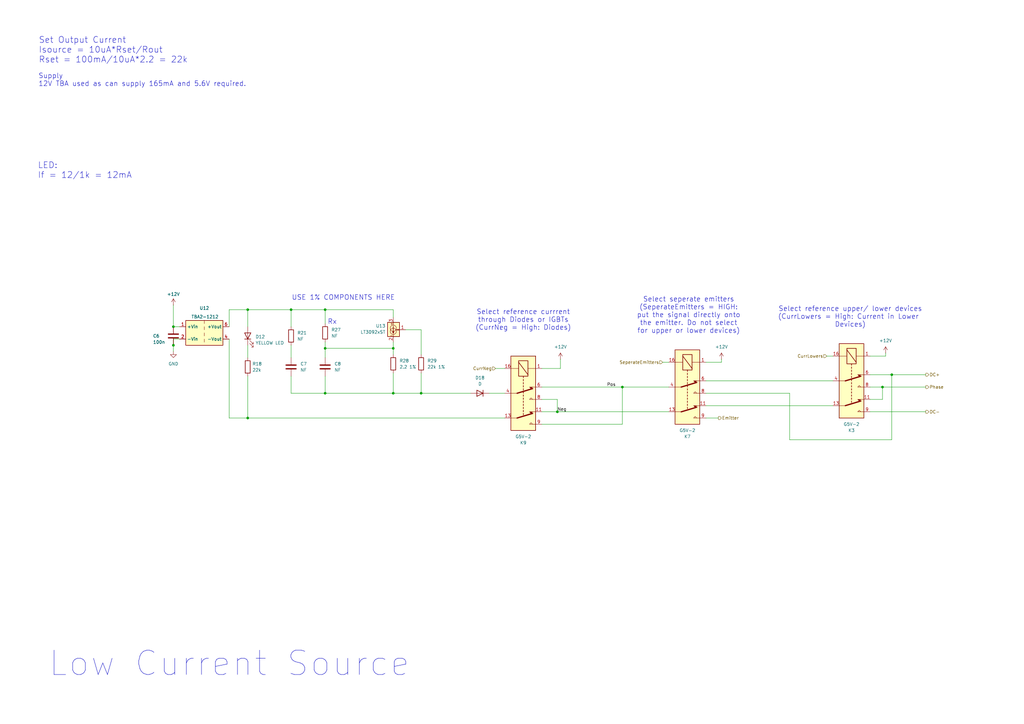
<source format=kicad_sch>
(kicad_sch (version 20231120) (generator "eeschema") (generator_version "8.0")
  (paper "A3")
  (title_block (title "GAVIM V4 TEST 137") (date "2024-06-25") (rev "04.02") (company "Nidec Drives"))
  (lib_symbols
    (symbol "Converter_DCDC:TBA2-1212"
      (property "Reference" "U" (at -6.35 6.35 0))
      (property "Value" "TBA2-1212" (at 2.54 6.35 0))
      (symbol "TBA2-1212_0_1"
        (rectangle (start -7.62 5.08) (end 7.62 -5.08) (stroke (width 0.254)) (fill (type background)))
        (polyline (pts (xy 0 -2.54) (xy 0 -3.81)))
        (polyline (pts (xy 0 0) (xy 0 -1.27)))
        (polyline (pts (xy 0 2.54) (xy 0 1.27)))
        (polyline (pts (xy 0 5.08) (xy 0 3.81)))
      )
      (symbol "TBA2-1212_1_1"
        (pin power_in line (at -10.16 2.54 0) (length 2.54) (name "+Vin") (number "1"))
        (pin power_in line (at -10.16 -2.54 0) (length 2.54) (name "-Vin") (number "2"))
        (pin power_out line (at 10.16 -2.54 180) (length 2.54) (name "-Vout") (number "4"))
        (pin power_out line (at 10.16 2.54 180) (length 2.54) (name "+Vout") (number "6"))
      )
    )
    (symbol "Device:C" (pin_numbers hide) (pin_names (offset 0.254))
      (property "Reference" "C" (at 0.635 2.54 0))
      (property "Value" "C" (at 0.635 -2.54 0))
      (symbol "C_0_1"
        (polyline (pts (xy -2.032 -0.762) (xy 2.032 -0.762)) (stroke (width 0.508)))
        (polyline (pts (xy -2.032 0.762) (xy 2.032 0.762)) (stroke (width 0.508)))
      )
      (symbol "C_1_1"
        (pin passive line (at 0 3.81 270) (length 2.794) (name "~") (number "1"))
        (pin passive line (at 0 -3.81 90) (length 2.794) (name "~") (number "2"))
      )
    )
    (symbol "Device:D" (pin_numbers hide) (pin_names (offset 1.016) hide)
      (property "Reference" "D" (at 0 2.54 0))
      (property "Value" "D" (at 0 -2.54 0))
      (symbol "D_0_1"
        (polyline (pts (xy -1.27 1.27) (xy -1.27 -1.27)) (stroke (width 0.254)))
        (polyline (pts (xy 1.27 0) (xy -1.27 0)))
        (polyline (pts (xy 1.27 1.27) (xy 1.27 -1.27) (xy -1.27 0) (xy 1.27 1.27)) (stroke (width 0.254)))
      )
      (symbol "D_1_1"
        (pin passive line (at -3.81 0 0) (length 2.54) (name "K") (number "1"))
        (pin passive line (at 3.81 0 180) (length 2.54) (name "A") (number "2"))
      )
    )
    (symbol "Device:LED" (pin_numbers hide) (pin_names (offset 1.016) hide)
      (property "Reference" "D" (at 0 2.54 0))
      (property "Value" "LED" (at 0 -2.54 0))
      (symbol "LED_0_1"
        (polyline (pts (xy -1.27 -1.27) (xy -1.27 1.27)) (stroke (width 0.254)))
        (polyline (pts (xy -1.27 0) (xy 1.27 0)))
        (polyline (pts (xy 1.27 -1.27) (xy 1.27 1.27) (xy -1.27 0) (xy 1.27 -1.27)) (stroke (width 0.254)))
        (polyline (pts (xy -3.048 -0.762) (xy -4.572 -2.286) (xy -3.81 -2.286) (xy -4.572 -2.286) (xy -4.572 -1.524)))
        (polyline (pts (xy -1.778 -0.762) (xy -3.302 -2.286) (xy -2.54 -2.286) (xy -3.302 -2.286) (xy -3.302 -1.524)))
      )
      (symbol "LED_1_1"
        (pin passive line (at -3.81 0 0) (length 2.54) (name "K") (number "1"))
        (pin passive line (at 3.81 0 180) (length 2.54) (name "A") (number "2"))
      )
    )
    (symbol "Device:R" (pin_numbers hide) (pin_names (offset 0))
      (property "Reference" "R" (at 2.032 0 90))
      (property "Value" "R" (at 0 0 90))
      (symbol "R_0_1"
        (rectangle (start -1.016 -2.54) (end 1.016 2.54) (stroke (width 0.254)))
      )
      (symbol "R_1_1"
        (pin passive line (at 0 3.81 270) (length 1.27) (name "~") (number "1"))
        (pin passive line (at 0 -3.81 90) (length 1.27) (name "~") (number "2"))
      )
    )
    (symbol "Reference_Current:LT3092xST"
      (property "Reference" "U" (at 0.635 6.35 0))
      (property "Value" "LT3092xST" (at 0.635 4.445 0))
      (symbol "LT3092xST_0_1"
        (rectangle (start -2.286 3.048) (end 2.54 -2.794) (stroke (width 0.254)) (fill (type background)))
        (circle (center 0 -0.635) (radius 1.27))
        (polyline (pts (xy -1.143 -2.413) (xy -0.381 -2.413)))
        (polyline (pts (xy -1.016 2.413) (xy -0.254 2.413)))
        (polyline (pts (xy -0.635 2.794) (xy -0.635 2.032)))
        (polyline (pts (xy 0 -1.905) (xy 0 -3.175)))
        (polyline (pts (xy 0 1.397) (xy 0 -1.397)) (stroke (width 0.254)))
        (polyline (pts (xy 0 3.81) (xy 0 1.905)))
        (polyline (pts (xy 5.08 0) (xy 1.27 0)))
        (polyline (pts (xy 0 -1.397) (xy -0.254 -0.889) (xy 0.254 -0.889) (xy 0 -1.397)) (stroke (width 0.254)))
        (polyline (pts (xy 1.27 0) (xy 2.159 0.254) (xy 2.159 -0.254) (xy 1.27 0)))
        (circle (center 0 0.635) (radius 1.27))
      )
      (symbol "LT3092xST_1_1"
        (pin passive line (at 5.08 0 180) (length 2.54) (name "~") (number "1"))
        (pin passive line (at 0 -5.08 90) (length 2.54) (name "~") (number "2"))
        (pin passive line (at 0 5.08 270) (length 2.54) (name "~") (number "3"))
      )
    )
    (symbol "Relay:G5V-2"
      (property "Reference" "K" (at 16.51 3.81 0))
      (property "Value" "G5V-2" (at 16.51 1.27 0))
      (symbol "G5V-2_0_1"
        (rectangle (start -15.24 5.08) (end 15.24 -5.08) (stroke (width 0.254)) (fill (type background)))
        (rectangle (start -13.335 1.905) (end -6.985 -1.905) (stroke (width 0.254)))
        (polyline (pts (xy -12.7 -1.905) (xy -7.62 1.905)) (stroke (width 0.254)))
        (polyline (pts (xy -10.16 -5.08) (xy -10.16 -1.905)))
        (polyline (pts (xy -10.16 5.08) (xy -10.16 1.905)))
        (polyline (pts (xy -6.985 0) (xy -6.35 0)) (stroke (width 0.254)))
        (polyline (pts (xy -5.715 0) (xy -5.08 0)) (stroke (width 0.254)))
        (polyline (pts (xy -4.445 0) (xy -3.81 0)) (stroke (width 0.254)))
        (polyline (pts (xy -3.175 0) (xy -2.54 0)) (stroke (width 0.254)))
        (polyline (pts (xy -1.905 0) (xy -1.27 0)) (stroke (width 0.254)))
        (polyline (pts (xy -0.635 0) (xy 0 0)) (stroke (width 0.254)))
        (polyline (pts (xy 0 -2.54) (xy -1.905 3.81)) (stroke (width 0.508)))
        (polyline (pts (xy 0 -2.54) (xy 0 -5.08)))
        (polyline (pts (xy 0.635 0) (xy 1.27 0)) (stroke (width 0.254)))
        (polyline (pts (xy 1.905 0) (xy 2.54 0)) (stroke (width 0.254)))
        (polyline (pts (xy 3.175 0) (xy 3.81 0)) (stroke (width 0.254)))
        (polyline (pts (xy 4.445 0) (xy 5.08 0)) (stroke (width 0.254)))
        (polyline (pts (xy 5.715 0) (xy 6.35 0)) (stroke (width 0.254)))
        (polyline (pts (xy 6.985 0) (xy 7.62 0)) (stroke (width 0.254)))
        (polyline (pts (xy 8.255 0) (xy 8.89 0)) (stroke (width 0.254)))
        (polyline (pts (xy 10.16 -2.54) (xy 8.255 3.81)) (stroke (width 0.508)))
        (polyline (pts (xy 10.16 -2.54) (xy 10.16 -5.08)))
        (polyline (pts (xy -2.54 5.08) (xy -2.54 2.54) (xy -1.905 3.175) (xy -2.54 3.81)) (fill (type outline)))
        (polyline (pts (xy 2.54 5.08) (xy 2.54 2.54) (xy 1.905 3.175) (xy 2.54 3.81)))
        (polyline (pts (xy 7.62 5.08) (xy 7.62 2.54) (xy 8.255 3.175) (xy 7.62 3.81)) (fill (type outline)))
        (polyline (pts (xy 12.7 5.08) (xy 12.7 2.54) (xy 12.065 3.175) (xy 12.7 3.81)))
      )
      (symbol "G5V-2_1_1"
        (pin passive line (at -10.16 7.62 270) (length 2.54) (name "~") (number "1"))
        (pin passive line (at 7.62 7.62 270) (length 2.54) (name "~") (number "11"))
        (pin passive line (at 10.16 -7.62 90) (length 2.54) (name "~") (number "13"))
        (pin passive line (at -10.16 -7.62 90) (length 2.54) (name "~") (number "16"))
        (pin passive line (at 0 -7.62 90) (length 2.54) (name "~") (number "4"))
        (pin passive line (at -2.54 7.62 270) (length 2.54) (name "~") (number "6"))
        (pin passive line (at 2.54 7.62 270) (length 2.54) (name "~") (number "8"))
        (pin passive line (at 12.7 7.62 270) (length 2.54) (name "~") (number "9"))
      )
    )
    (symbol "power:+12V" (power) (pin_numbers hide) (pin_names (offset 0) hide)
      (property "Value" "+12V" (at 0 3.556 0))
      (symbol "+12V_0_1"
        (polyline (pts (xy -0.762 1.27) (xy 0 2.54)))
        (polyline (pts (xy 0 0) (xy 0 2.54)))
        (polyline (pts (xy 0 2.54) (xy 0.762 1.27)))
      )
      (symbol "+12V_1_1"
        (pin power_in line (at 0 0 90) (length 0) (name "~") (number "1"))
      )
    )
    (symbol "power:GND" (power) (pin_names (offset 0))
      (property "Value" "GND" (at 0 -3.81 0))
      (symbol "GND_0_1"
        (polyline (pts (xy 0 0) (xy 0 -1.27) (xy 1.27 -1.27) (xy 0 -2.54) (xy -1.27 -1.27) (xy 0 -1.27)))
      )
      (symbol "GND_1_1"
        (pin power_in line (at 0 0 270) (length 0) hide (name "GND") (number "1"))
      )
    )
  )
  (junction (at 361.95 158.75))
  (junction (at 172.72 161.29))
  (junction (at 133.35 161.29))
  (junction (at 119.38 127))
  (junction (at 71.12 133.985))
  (junction (at 365.76 153.67))
  (junction (at 161.29 161.29))
  (junction (at 228.6 168.91))
  (junction (at 133.35 127))
  (junction (at 161.29 142.875))
  (junction (at 255.27 158.75))
  (junction (at 71.12 141.605))
  (junction (at 101.6 127))
  (junction (at 133.35 142.875))
  (junction (at 101.6 171.45))
  (wire (pts (xy 222.25 168.91) (xy 228.6 168.91)))
  (wire (pts (xy 289.56 161.29) (xy 323.85 161.29)))
  (wire (pts (xy 289.56 166.37) (xy 341.63 166.37)))
  (wire (pts (xy 356.87 168.91) (xy 379.73 168.91)))
  (wire (pts (xy 101.6 127) (xy 119.38 127)))
  (wire (pts (xy 161.29 127) (xy 161.29 130.175)))
  (wire (pts (xy 365.76 153.67) (xy 379.73 153.67)))
  (wire (pts (xy 71.12 144.145) (xy 71.12 141.605)))
  (wire (pts (xy 172.72 145.415) (xy 172.72 135.255)))
  (wire (pts (xy 361.95 163.83) (xy 361.95 158.75)))
  (wire (pts (xy 356.87 153.67) (xy 365.76 153.67)))
  (wire (pts (xy 203.2 151.13) (xy 207.01 151.13)))
  (wire (pts (xy 289.56 148.59) (xy 295.91 148.59)))
  (wire (pts (xy 222.25 163.83) (xy 228.6 163.83)))
  (wire (pts (xy 119.38 127) (xy 133.35 127)))
  (wire (pts (xy 228.6 168.91) (xy 274.32 168.91)))
  (wire (pts (xy 93.98 127) (xy 93.98 133.985)))
  (wire (pts (xy 222.25 173.99) (xy 255.27 173.99)))
  (wire (pts (xy 289.56 156.21) (xy 341.63 156.21)))
  (wire (pts (xy 71.12 141.605) (xy 71.12 139.065)))
  (wire (pts (xy 133.35 140.335) (xy 133.35 142.875)))
  (wire (pts (xy 161.29 161.29) (xy 172.72 161.29)))
  (wire (pts (xy 161.29 142.875) (xy 161.29 145.415)))
  (wire (pts (xy 93.98 139.065) (xy 93.98 171.45)))
  (wire (pts (xy 119.38 154.305) (xy 119.38 161.29)))
  (wire (pts (xy 363.22 144.78) (xy 363.22 146.05)))
  (wire (pts (xy 339.09 146.05) (xy 341.63 146.05)))
  (wire (pts (xy 356.87 158.75) (xy 361.95 158.75)))
  (wire (pts (xy 161.29 140.335) (xy 161.29 142.875)))
  (wire (pts (xy 172.72 161.29) (xy 193.04 161.29)))
  (wire (pts (xy 222.25 151.13) (xy 229.87 151.13)))
  (wire (pts (xy 361.95 158.75) (xy 379.73 158.75)))
  (wire (pts (xy 289.56 171.45) (xy 294.64 171.45)))
  (wire (pts (xy 222.25 158.75) (xy 255.27 158.75)))
  (wire (pts (xy 101.6 154.305) (xy 101.6 171.45)))
  (wire (pts (xy 172.72 135.255) (xy 166.37 135.255)))
  (wire (pts (xy 101.6 141.605) (xy 101.6 146.685)))
  (wire (pts (xy 119.38 141.605) (xy 119.38 146.685)))
  (wire (pts (xy 356.87 163.83) (xy 361.95 163.83)))
  (wire (pts (xy 133.35 161.29) (xy 161.29 161.29)))
  (wire (pts (xy 133.35 127) (xy 161.29 127)))
  (wire (pts (xy 101.6 127) (xy 101.6 133.985)))
  (wire (pts (xy 101.6 171.45) (xy 207.01 171.45)))
  (wire (pts (xy 93.98 171.45) (xy 101.6 171.45)))
  (wire (pts (xy 271.78 148.59) (xy 274.32 148.59)))
  (wire (pts (xy 229.87 147.32) (xy 229.87 151.13)))
  (wire (pts (xy 133.35 142.875) (xy 161.29 142.875)))
  (wire (pts (xy 255.27 158.75) (xy 274.32 158.75)))
  (wire (pts (xy 323.85 161.29) (xy 323.85 180.34)))
  (wire (pts (xy 133.35 127) (xy 133.35 132.715)))
  (wire (pts (xy 93.98 127) (xy 101.6 127)))
  (wire (pts (xy 228.6 163.83) (xy 228.6 168.91)))
  (wire (pts (xy 200.66 161.29) (xy 207.01 161.29)))
  (wire (pts (xy 133.35 142.875) (xy 133.35 146.685)))
  (wire (pts (xy 71.12 139.065) (xy 73.66 139.065)))
  (wire (pts (xy 71.12 133.985) (xy 73.66 133.985)))
  (wire (pts (xy 133.35 154.305) (xy 133.35 161.29)))
  (wire (pts (xy 323.85 180.34) (xy 365.76 180.34)))
  (wire (pts (xy 365.76 180.34) (xy 365.76 153.67)))
  (wire (pts (xy 295.91 147.32) (xy 295.91 148.59)))
  (wire (pts (xy 255.27 173.99) (xy 255.27 158.75)))
  (wire (pts (xy 356.87 146.05) (xy 363.22 146.05)))
  (wire (pts (xy 119.38 161.29) (xy 133.35 161.29)))
  (wire (pts (xy 161.29 153.035) (xy 161.29 161.29)))
  (wire (pts (xy 119.38 127) (xy 119.38 133.985)))
  (wire (pts (xy 172.72 153.035) (xy 172.72 161.29)))
  (wire (pts (xy 71.12 125.095) (xy 71.12 133.985)))
  (text "Supply\n12V TBA used as can supply 165mA and 5.6V required.\n\n" (at 15.748 38.862 0) (effects (font (size 2 2)) (justify left bottom)))
  (text "LED:\nIf = 12/1k = 12mA" (at 15.494 73.406 0) (effects (font (size 2.5 2.5)) (justify left bottom)))
  (text "Rx" (at 134.366 133.223 0) (effects (font (size 2 2)) (justify left bottom)))
  (text "Select reference currrent\nthrough Diodes or IGBTs\n(CurrNeg = High: Diodes)" (at 214.63 135.636 0) (effects (font (size 2 2)) (justify bottom)))
  (text "Select seperate emitters\n(SeperateEmitters = HIGH:\nput the signal directly onto\nthe emitter. Do not select\nfor upper or lower devices)" (at 282.448 136.906 0) (effects (font (size 2 2)) (justify bottom)))
  (text "Select reference upper/ lower devices\n(CurrLowers = High: Current in Lower \nDevices)" (at 348.742 134.366 0) (effects (font (size 2 2)) (justify bottom)))
  (text "Set Output Current\nIsource = 10uA*Rset/Rout\nRset = 100mA/10uA*2.2 = 22k" (at 15.875 26.035 0) (effects (font (size 2.5 2.5)) (justify left bottom)))
  (text "USE 1% COMPONENTS HERE" (at 119.634 123.317 0) (effects (font (size 2 2)) (justify left bottom)))
  (text "Low Current Source" (at 19.685 278.13 0) (effects (font (size 10 10)) (justify left bottom)))
  (label "Pos" (at 248.92 158.75 0))
  (label "Neg" (at 228.6 168.91 0))
  (hierarchical_label "SeperateEmitters" (shape input) (at 271.78 148.59 180))
  (hierarchical_label "DC+" (shape output) (at 379.73 153.67 0))
  (hierarchical_label "Phase" (shape output) (at 379.73 158.75 0))
  (hierarchical_label "CurrLowers" (shape input) (at 339.09 146.05 180))
  (hierarchical_label "DC-" (shape output) (at 379.73 168.91 0))
  (hierarchical_label "CurrNeg" (shape input) (at 203.2 151.13 180))
  (hierarchical_label "Emitter" (shape output) (at 294.64 171.45 0))
  (symbol (lib_id "Device:C") (at 133.35 150.495 0) (unit 1)
    (property "Reference" "C8" (at 137.16 149.225 0) (effects (justify left)))
    (property "Value" "NF" (at 137.16 151.765 0) (effects (justify left)))
    (property "Footprint" "Capacitor_SMD:C_0603_1608Metric_Pad1.08x0.95mm_HandSolder" (effects (hide yes)))
    (property "CT Part Number" "N/A" (effects (hide yes)))
    (instances (project "TEST137" (path "" (reference "C8") (unit 1)) (path "" (reference "C4") (unit 1)) (path "" (reference "C3") (unit 1))))
  )
  (symbol (lib_id "Device:R") (at 133.35 136.525 0) (unit 1)
    (property "Reference" "R27" (at 135.89 135.255 0) (effects (justify left)))
    (property "Value" "NF" (at 135.89 137.795 0) (effects (justify left)))
    (property "Footprint" "Resistor_SMD:R_0603_1608Metric_Pad0.98x0.95mm_HandSolder" (effects (hide yes)))
    (property "CT Part Number" "N/A" (effects (hide yes)))
    (instances (project "TEST137" (path "" (reference "R27") (unit 1)) (path "" (reference "R53") (unit 1)) (path "" (reference "R15") (unit 1))))
  )
  (symbol (lib_id "Relay:G5V-2") (at 281.94 158.75 270) (unit 1)
    (property "Reference" "K7" (at 281.94 179.07 90))
    (property "Value" "G5V-2" (at 281.94 176.53 90))
    (property "Footprint" "Relay_THT:Relay_DPDT_Omron_G5V-2" (effects (hide yes)))
    (property "Datasheet" "http://omronfs.omron.com/en_US/ecb/products/pdf/en-g5v_2.pdf" (effects (hide yes)))
    (property "Description" "Relay Miniature Omron DPDT" (effects (hide yes)))
    (property "CT Part Number" "N/A" (effects (hide yes)))
    (property "Link (Ext)" "https://www.mouser.co.uk/ProductDetail/Omron-Electronics/G5V-2-DC12?qs=lK7M36XCk6JxdWY%2FV6sVqw%3D%3D" (effects (hide yes)))
    (instances (project "TEST137" (path "" (reference "K7") (unit 1)) (path "" (reference "K12") (unit 1)) (path "" (reference "K6") (unit 1))))
  )
  (symbol (lib_id "Device:R") (at 172.72 149.225 0) (unit 1)
    (property "Reference" "R29" (at 175.26 147.955 0) (effects (justify left)))
    (property "Value" "22k 1%" (at 175.26 150.495 0) (effects (justify left)))
    (property "Footprint" "Resistor_SMD:R_0603_1608Metric_Pad0.98x0.95mm_HandSolder" (effects (hide yes)))
    (property "CT Part Number" "1127-5221" (effects (hide yes)))
    (instances (project "TEST137" (path "" (reference "R29") (unit 1)) (path "" (reference "R55") (unit 1)) (path "" (reference "R17") (unit 1))))
  )
  (symbol (lib_id "Reference_Current:LT3092xST") (at 161.29 135.255 0) (unit 1)
    (property "Reference" "U13" (at 158.115 133.6675 0) (effects (justify right)))
    (property "Value" "LT3092xST" (at 158.115 136.2075 0) (effects (justify right)))
    (property "Footprint" "Package_TO_SOT_SMD:SOT-223-3_TabPin2" (effects (hide yes)))
    (property "Datasheet" "https://www.analog.com/media/en/technical-documentation/data-sheets/3092fc.pdf" (effects (hide yes)))
    (property "CT Part Number" "N/A" (effects (hide yes)))
    (property "Link (Ext)" "https://www.mouser.co.uk/ProductDetail/Analog-Devices/LT3092MPSTPBF?qs=hVkxg5c3xu8pZhW%2F4dcGqw%3D%3D" (effects (hide yes)))
    (instances (project "TEST137" (path "" (reference "U13") (unit 1)) (path "" (reference "U22") (unit 1)) (path "" (reference "U11") (unit 1))))
  )
  (symbol (lib_id "power:+12V") (at 295.91 147.32 0) (unit 1)
    (property "Reference" "#PWR033" (effects (hide yes)))
    (property "Value" "+12V" (at 295.91 142.24 0))
    (property "Description" "Power symbol creates a global label with name \"+12V\"" (effects (hide yes)))
    (instances (project "TEST137" (path "" (reference "#PWR033") (unit 1)) (path "" (reference "#PWR036") (unit 1)) (path "" (reference "#PWR032") (unit 1))))
  )
  (symbol (lib_id "power:+12V") (at 363.22 144.78 0) (unit 1)
    (property "Reference" "#PWR020" (effects (hide yes)))
    (property "Value" "+12V" (at 363.22 139.7 0))
    (property "Description" "Power symbol creates a global label with name \"+12V\"" (effects (hide yes)))
    (instances (project "TEST137" (path "" (reference "#PWR020") (unit 1)) (path "" (reference "#PWR030") (unit 1)) (path "" (reference "#PWR06") (unit 1))))
  )
  (symbol (lib_id "Device:R") (at 119.38 137.795 0) (unit 1)
    (property "Reference" "R21" (at 121.92 136.525 0) (effects (justify left)))
    (property "Value" "NF" (at 121.92 139.065 0) (effects (justify left)))
    (property "Footprint" "Resistor_SMD:R_0603_1608Metric_Pad0.98x0.95mm_HandSolder" (effects (hide yes)))
    (property "CT Part Number" "N/A" (effects (hide yes)))
    (instances (project "TEST137" (path "" (reference "R21") (unit 1)) (path "" (reference "R52") (unit 1)) (path "" (reference "R12") (unit 1))))
  )
  (symbol (lib_id "power:GND") (at 71.12 144.145 0) (unit 1)
    (property "Reference" "#PWR028" (effects (hide yes)))
    (property "Value" "GND" (at 71.12 149.225 0))
    (instances (project "TEST137" (path "" (reference "#PWR028") (unit 1)) (path "" (reference "#PWR046") (unit 1)) (path "" (reference "#PWR018") (unit 1))))
  )
  (symbol (lib_id "power:+12V") (at 71.12 125.095 0) (unit 1)
    (property "Reference" "#PWR027" (effects (hide yes)))
    (property "Value" "+12V" (at 71.12 120.65 0))
    (property "Description" "Power symbol creates a global label with name \"+12V\"" (effects (hide yes)))
    (instances (project "TEST137" (path "" (reference "#PWR027") (unit 1)) (path "" (reference "#PWR045") (unit 1)) (path "" (reference "#PWR017") (unit 1))))
  )
  (symbol (lib_id "Relay:G5V-2") (at 349.25 156.21 270) (unit 1)
    (property "Reference" "K3" (at 349.25 176.53 90))
    (property "Value" "G5V-2" (at 349.25 173.99 90))
    (property "Footprint" "Relay_THT:Relay_DPDT_Omron_G5V-2" (effects (hide yes)))
    (property "Datasheet" "http://omronfs.omron.com/en_US/ecb/products/pdf/en-g5v_2.pdf" (effects (hide yes)))
    (property "Description" "Relay Miniature Omron DPDT" (effects (hide yes)))
    (property "CT Part Number" "N/A" (effects (hide yes)))
    (property "Link (Ext)" "https://www.mouser.co.uk/ProductDetail/Omron-Electronics/G5V-2-DC12?qs=lK7M36XCk6JxdWY%2FV6sVqw%3D%3D" (effects (hide yes)))
    (instances (project "TEST137" (path "" (reference "K3") (unit 1)) (path "" (reference "K4") (unit 1)) (path "" (reference "K2") (unit 1))))
  )
  (symbol (lib_id "Device:R") (at 161.29 149.225 0) (unit 1)
    (property "Reference" "R28" (at 163.83 147.955 0) (effects (justify left)))
    (property "Value" "2.2 1%" (at 163.83 150.495 0) (effects (justify left)))
    (property "Footprint" "Resistor_SMD:R_0603_1608Metric_Pad0.98x0.95mm_HandSolder" (effects (hide yes)))
    (property "CT Part Number" "N/A" (effects (hide yes)))
    (instances (project "TEST137" (path "" (reference "R28") (unit 1)) (path "" (reference "R54") (unit 1)) (path "" (reference "R16") (unit 1))))
  )
  (symbol (lib_id "Device:C") (at 71.12 137.795 0) (unit 1)
    (property "Reference" "C6" (at 62.738 137.795 0) (effects (justify left)))
    (property "Value" "100n" (at 62.738 140.335 0) (effects (justify left)))
    (property "Footprint" "Capacitor_SMD:C_0603_1608Metric_Pad1.08x0.95mm_HandSolder" (effects (hide yes)))
    (property "Description" "Unpolarized capacitor" (effects (hide yes)))
    (property "CT Part Number" "1425-6104" (effects (hide yes)))
    (instances (project "TEST137" (path "" (reference "C6") (unit 1)) (path "" (reference "C25") (unit 1)) (path "" (reference "C1") (unit 1))))
  )
  (symbol (lib_id "Device:LED") (at 101.6 137.795 90) (unit 1)
    (property "Reference" "D12" (at 104.775 138.1125 90) (effects (justify right)))
    (property "Value" "YELLOW LED" (at 104.775 140.6525 90) (effects (justify right)))
    (property "Footprint" "LED_THT:LED_D4.0mm" (effects (hide yes)))
    (property "CT Part Number" "N/A" (effects (hide yes)))
    (instances (project "TEST137" (path "" (reference "D12") (unit 1)) (path "" (reference "D11") (unit 1)) (path "" (reference "D10") (unit 1))))
  )
  (symbol (lib_id "Device:D") (at 196.85 161.29 180) (unit 1)
    (property "Reference" "D18" (at 196.85 154.94 0))
    (property "Value" "D" (at 196.85 157.48 0))
    (property "Footprint" "Imported Parts:BAS16" (effects (hide yes)))
    (property "Description" "Diode" (effects (hide yes)))
    (property "Sim.Device" "D" (effects (hide yes)))
    (property "Sim.Pins" "1=K 2=A" (effects (hide yes)))
    (instances (project "" (path "" (reference "D18") (unit 1)) (path "" (reference "D19") (unit 1)) (path "" (reference "D17") (unit 1))))
  )
  (symbol (lib_id "Device:C") (at 119.38 150.495 0) (unit 1)
    (property "Reference" "C7" (at 123.19 149.225 0) (effects (justify left)))
    (property "Value" "NF" (at 123.19 151.765 0) (effects (justify left)))
    (property "Footprint" "Capacitor_SMD:C_0603_1608Metric_Pad1.08x0.95mm_HandSolder" (effects (hide yes)))
    (property "CT Part Number" "N/A" (effects (hide yes)))
    (instances (project "TEST137" (path "" (reference "C7") (unit 1)) (path "" (reference "C11") (unit 1)) (path "" (reference "C2") (unit 1))))
  )
  (symbol (lib_id "Relay:G5V-2") (at 214.63 161.29 270) (unit 1)
    (property "Reference" "K9" (at 214.63 181.61 90))
    (property "Value" "G5V-2" (at 214.63 179.07 90))
    (property "Footprint" "Relay_THT:Relay_DPDT_Omron_G5V-2" (effects (hide yes)))
    (property "Datasheet" "http://omronfs.omron.com/en_US/ecb/products/pdf/en-g5v_2.pdf" (effects (hide yes)))
    (property "Description" "Relay Miniature Omron DPDT" (effects (hide yes)))
    (instances (project "" (path "" (reference "K9") (unit 1)) (path "" (reference "K10") (unit 1)) (path "" (reference "K8") (unit 1))))
  )
  (symbol (lib_id "power:+12V") (at 229.87 147.32 0) (unit 1)
    (property "Reference" "#PWR029" (effects (hide yes)))
    (property "Value" "+12V" (at 229.87 142.24 0))
    (property "Description" "Power symbol creates a global label with name \"+12V\"" (effects (hide yes)))
    (instances (project "TEST137" (path "" (reference "#PWR029") (unit 1)) (path "" (reference "#PWR031") (unit 1)) (path "" (reference "#PWR026") (unit 1))))
  )
  (symbol (lib_id "Converter_DCDC:TBA2-1212") (at 83.82 136.525 0) (unit 1)
    (property "Reference" "U12" (at 83.82 126.365 0))
    (property "Value" "TBA2-1212" (at 84.074 129.921 0))
    (property "Footprint" "Imported Parts:TBA21213" (effects (hide yes)))
    (property "Datasheet" "https://www.tracopower.com/products/tba2.pdf" (effects (hide yes)))
    (property "Description" "2W DC/DC converter unregulated, 10.8-13.2V input, 12V fixed output voltage, 165mA output, 1.5kVDC isolation, SIP-7" (effects (hide yes)))
    (property "CT Part Number" "N/A" (effects (hide yes)))
    (property "Link (Ext)" "https://www.mouser.co.uk/ProductDetail/TRACO-Power/TBA-2-1212?qs=byeeYqUIh0ON8U3yVOJqLg%3D%3D" (effects (hide yes)))
    (instances (project "TEST137" (path "" (reference "U12") (unit 1)) (path "" (reference "U9") (unit 1)) (path "" (reference "U10") (unit 1))))
  )
  (symbol (lib_id "Device:R") (at 101.6 150.495 0) (unit 1)
    (property "Reference" "R18" (at 103.505 149.225 0) (effects (justify left)))
    (property "Value" "22k" (at 103.505 151.765 0) (effects (justify left)))
    (property "Footprint" "Resistor_SMD:R_0603_1608Metric_Pad0.98x0.95mm_HandSolder" (effects (hide yes)))
    (property "CT Part Number" "1127-4101" (effects (hide yes)))
    (instances (project "TEST137" (path "" (reference "R18") (unit 1)) (path "" (reference "R51") (unit 1)) (path "" (reference "R11") (unit 1))))
  )
)
</source>
